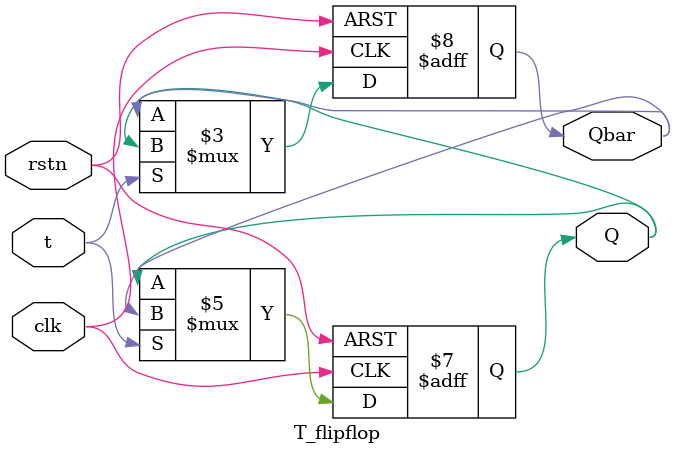
<source format=v>
module T_flipflop (t , rstn , clk , Q ,Qbar);
input t , rstn , clk ;
output reg Q , Qbar ;

always @ (posedge clk or negedge rstn) begin
    if (~rstn) begin
        Q <= 1'b0 ;
        Qbar <= 1'b1;
    end
    else if (t) begin
        Q <= Qbar;
        Qbar <= Q;
    end
end
endmodule
</source>
